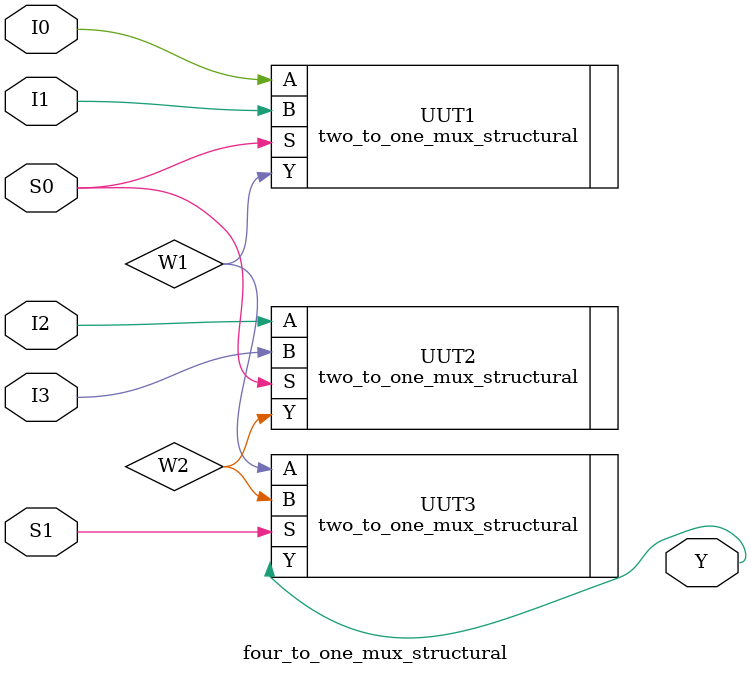
<source format=v>
module four_to_one_mux_structural (
    input I0,
    input I1,
    input I2,
    input I3,
    input S1,
    input S0,
    output Y
);

    // Internal wires to connect the stages of 2-to-1 MUXs.
    wire W1; // Output of the first 2x1 MUX (selects between I0/I1)
    wire W2; // Output of the second 2x1 MUX (selects between I2/I3)

    // Stage 1: Two 2x1 MUXs controlled by S0
    // UUT1: Selects between I0 and I1
    two_to_one_mux_structural UUT1 (
        .A (I0),
        .B (I1),
        .S (S0),
        .Y (W1)
    );

    // UUT2: Selects between I2 and I3
    two_to_one_mux_structural UUT2 (
        .A (I2),
        .B (I3),
        .S (S0),
        .Y (W2)
    );

    // Stage 2: One 2x1 MUX controlled by S1
    // UUT3: Selects between the intermediate results W1 and W2
    two_to_one_mux_structural UUT3 (
        .A (W1), // W1 is selected when S1 = 0
        .B (W2), // W2 is selected when S1 = 1
        .S (S1),
        .Y (Y)
    );

endmodule
</source>
